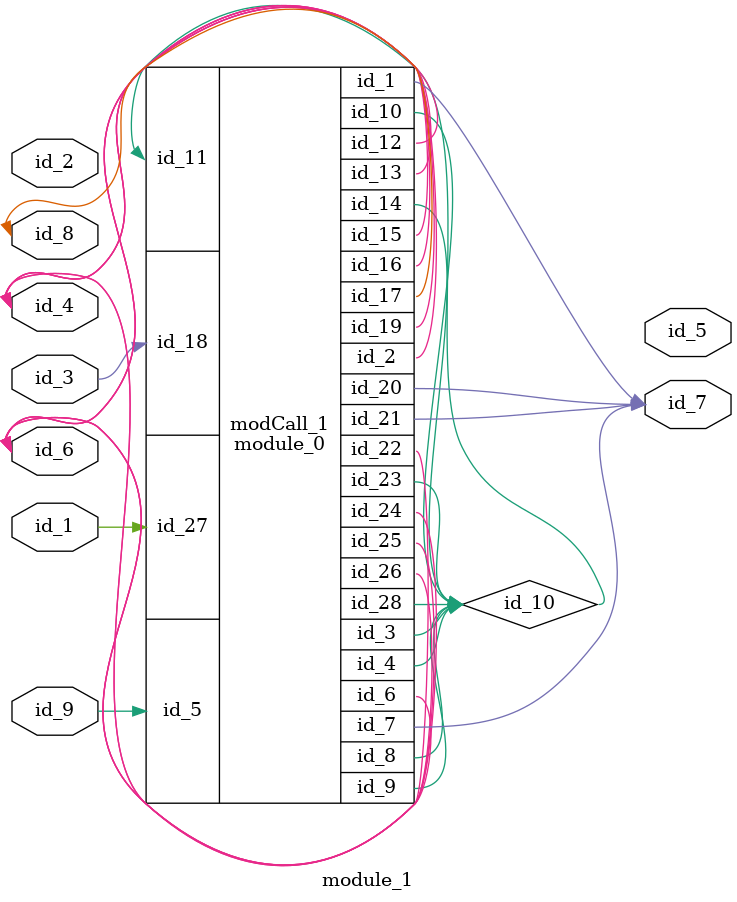
<source format=v>
module module_0 (
    id_1,
    id_2,
    id_3,
    id_4,
    id_5,
    id_6,
    id_7,
    id_8,
    id_9,
    id_10,
    id_11,
    id_12,
    id_13,
    id_14,
    id_15,
    id_16,
    id_17,
    id_18,
    id_19,
    id_20,
    id_21,
    id_22,
    id_23,
    id_24,
    id_25,
    id_26,
    id_27,
    id_28
);
  output wire id_28;
  input wire id_27;
  inout wire id_26;
  inout wire id_25;
  inout wire id_24;
  output wire id_23;
  output wire id_22;
  output wire id_21;
  output wire id_20;
  inout wire id_19;
  input wire id_18;
  inout wire id_17;
  inout wire id_16;
  inout wire id_15;
  output wire id_14;
  inout wire id_13;
  inout wire id_12;
  input wire id_11;
  output wire id_10;
  output wire id_9;
  output wire id_8;
  output wire id_7;
  output wire id_6;
  input wire id_5;
  inout wire id_4;
  inout wire id_3;
  inout wire id_2;
  output wire id_1;
  assign id_19 = 1 && ~id_24;
  assign id_21 = id_17 ? id_19 : 1'd0;
  assign id_9  = 1;
  assign id_24 = id_17;
endmodule
module module_1 (
    id_1,
    id_2,
    id_3,
    id_4,
    id_5,
    id_6,
    id_7,
    id_8,
    id_9
);
  input wire id_9;
  inout wire id_8;
  output wire id_7;
  inout wire id_6;
  output wire id_5;
  inout wire id_4;
  input wire id_3;
  input wire id_2;
  input wire id_1;
  wire id_10;
  module_0 modCall_1 (
      id_7,
      id_6,
      id_10,
      id_10,
      id_9,
      id_6,
      id_7,
      id_10,
      id_10,
      id_10,
      id_10,
      id_4,
      id_6,
      id_10,
      id_6,
      id_4,
      id_8,
      id_3,
      id_4,
      id_7,
      id_7,
      id_6,
      id_10,
      id_4,
      id_6,
      id_4,
      id_1,
      id_10
  );
  wire id_11;
endmodule

</source>
